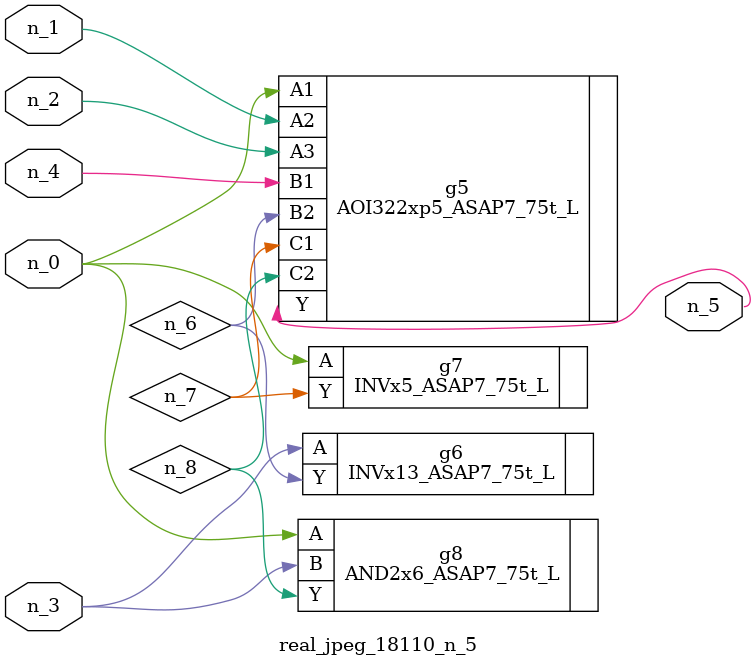
<source format=v>
module real_jpeg_18110_n_5 (n_4, n_0, n_1, n_2, n_3, n_5);

input n_4;
input n_0;
input n_1;
input n_2;
input n_3;

output n_5;

wire n_8;
wire n_6;
wire n_7;

AOI322xp5_ASAP7_75t_L g5 ( 
.A1(n_0),
.A2(n_1),
.A3(n_2),
.B1(n_4),
.B2(n_6),
.C1(n_7),
.C2(n_8),
.Y(n_5)
);

INVx5_ASAP7_75t_L g7 ( 
.A(n_0),
.Y(n_7)
);

AND2x6_ASAP7_75t_L g8 ( 
.A(n_0),
.B(n_3),
.Y(n_8)
);

INVx13_ASAP7_75t_L g6 ( 
.A(n_3),
.Y(n_6)
);


endmodule
</source>
